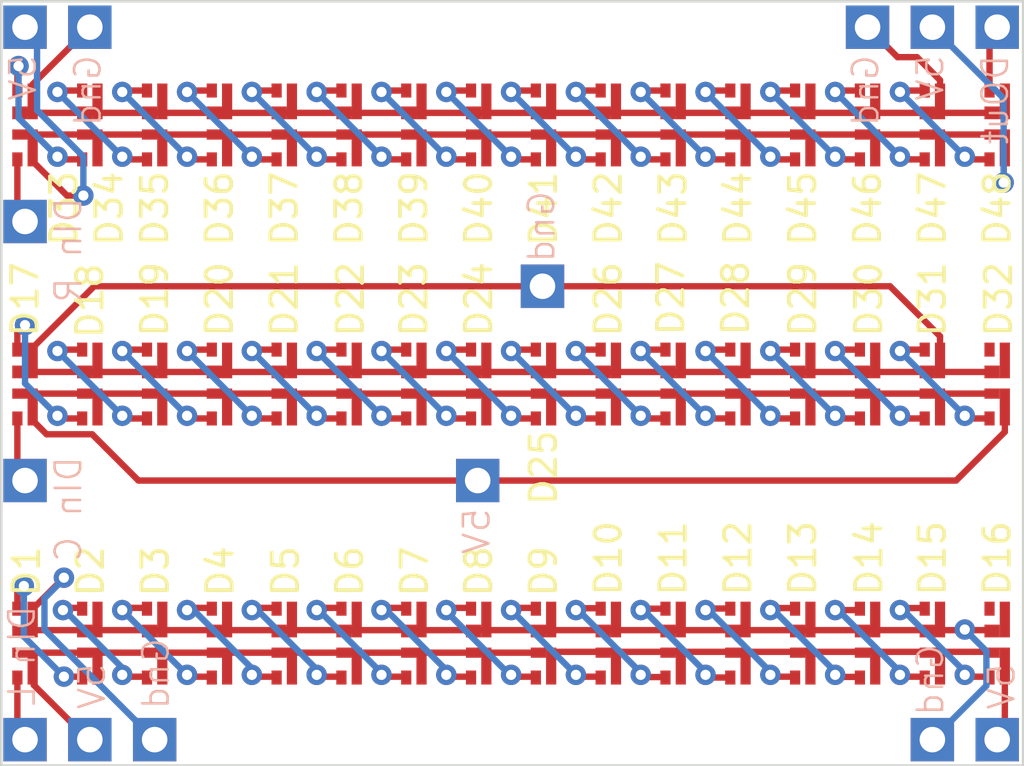
<source format=kicad_pcb>
(kicad_pcb (version 20221018) (generator pcbnew)
  (layers (0 "F.Cu" signal) (31 "B.Cu" signal) (34 "B.Paste" user) (35 "F.Paste" user) (36 "B.SilkS" user "B.Silkscreen") (37 "F.SilkS" user "F.Silkscreen") (38 "B.Mask" user) (39 "F.Mask" user) (44 "Edge.Cuts" user))
  (net 0 "")
  (net 1 "GND")
  (net 2 "Net-(D1-DOUT)")
  (net 3 "+5V")
  (net 4 "unconnected-(D1-DIN-Pad3)")
  (net 5 "Net-(D2-DOUT)")
  (net 6 "Net-(D3-DOUT)")
  (net 7 "Net-(D4-DOUT)")
  (net 8 "Net-(D5-DOUT)")
  (net 9 "Net-(D6-DOUT)")
  (net 10 "Net-(D7-DOUT)")
  (net 11 "Net-(D8-DOUT)")
  (net 12 "Net-(D10-DIN)")
  (net 13 "unconnected-(D10-DOUT-Pad2)")
  (net 14 "Net-(D11-DOUT)")
  (net 15 "Net-(D12-DOUT)")
  (net 16 "Net-(D13-DOUT)")
  (net 17 "Net-(D14-DOUT)")
  (net 18 "Net-(D15-DOUT)")
  (net 19 "Net-(D17-DOUT)")
  (net 20 "Net-(D18-DOUT)")
  (net 21 "Net-(D19-DOUT)")
  (net 22 "Net-(D20-DOUT)")
  (net 23 "Net-(D21-DOUT)")
  (net 24 "Net-(D22-DOUT)")
  (net 25 "Net-(D23-DOUT)")
  (net 26 "Net-(D24-DOUT)")
  (net 27 "Net-(D25-DOUT)")
  (net 28 "unconnected-(D26-DOUT-Pad2)")
  (net 29 "Net-(D27-DOUT)")
  (net 30 "Net-(D28-DOUT)")
  (net 31 "Net-(D29-DOUT)")
  (net 32 "Net-(D30-DOUT)")
  (net 33 "Net-(D31-DOUT)")
  (net 34 "Net-(D33-DOUT)")
  (net 35 "Net-(D34-DOUT)")
  (net 36 "Net-(D35-DOUT)")
  (net 37 "Net-(D36-DOUT)")
  (net 38 "Net-(D37-DOUT)")
  (net 39 "Net-(D38-DOUT)")
  (net 40 "Net-(D39-DOUT)")
  (net 41 "Net-(D40-DOUT)")
  (net 42 "Net-(D41-DOUT)")
  (net 43 "unconnected-(D42-DOUT-Pad2)")
  (net 44 "Net-(D43-DOUT)")
  (net 45 "Net-(D44-DOUT)")
  (net 46 "Net-(D45-DOUT)")
  (net 47 "Net-(D46-DOUT)")
  (net 48 "Net-(D47-DOUT)")
  (net 49 "unconnected-(D48-DOUT-Pad2)")
  (net 51 "unconnected-(D17-DIN-Pad3)")
  (net 53 "unconnected-(D33-DIN-Pad3)")
  (footprint "Custom Footprint Library:SK6812-EC3210F" (layer "F.Cu") (at 96.52 74.930017 -90)
    (fp_text reference "D10")
    (fp_text value "SK6812-EC3210F" hide)
  )
  (footprint "Custom Footprint Library:SK6812-EC3210F" (layer "F.Cu") (at 104.14 64.77 -90)
    (fp_text reference "D29")
    (fp_text value "SK6812-EC3210F" hide)
  )
  (footprint "" (layer "F.Cu") (at 73.66 78.74)
    (fp_text reference "")
    (fp_text value "")
  )
  (footprint "Custom Footprint Library:SK6812-EC3210F" (layer "F.Cu") (at 111.76 64.77 -90)
    (fp_text reference "D32")
    (fp_text value "SK6812-EC3210F" hide)
  )
  (footprint "Custom Footprint Library:SK6812-EC3210F" (layer "F.Cu") (at 81.28 64.77 -90)
    (fp_text reference "D20")
    (fp_text value "SK6812-EC3210F" hide)
  )
  (footprint "Custom Footprint Library:SK6812-EC3210F" (layer "F.Cu") (at 111.76 74.930017 -90)
    (fp_text reference "D16")
    (fp_text value "SK6812-EC3210F" hide)
  )
  (footprint "Custom Footprint Library:SK6812-EC3210F" (layer "F.Cu") (at 73.66 54.61 -90)
    (fp_text reference "D33")
    (fp_text value "SK6812-EC3210F" hide)
  )
  (footprint "Custom Footprint Library:SK6812-EC3210F" (layer "F.Cu") (at 93.98 54.61 -90)
    (fp_text reference "D41")
    (fp_text value "SK6812-EC3210F" hide)
  )
  (footprint "Custom Footprint Library:SK6812-EC3210F" (layer "F.Cu") (at 99.06 64.77 -90)
    (fp_text reference "D27")
    (fp_text value "SK6812-EC3210F" hide)
  )
  (footprint "Custom Footprint Library:SK6812-EC3210F" (layer "F.Cu") (at 83.82 64.77 -90)
    (fp_text reference "D21")
    (fp_text value "SK6812-EC3210F" hide)
  )
  (footprint "Custom Footprint Library:SK6812-EC3210F" (layer "F.Cu") (at 76.2 64.77 -90)
    (fp_text reference "D18")
    (fp_text value "SK6812-EC3210F" hide)
  )
  (footprint "Custom Footprint Library:SK6812-EC3210F" (layer "F.Cu") (at 73.66 74.930017 -90)
    (fp_text reference "D1")
    (fp_text value "SK6812-EC3210F" hide)
  )
  (footprint "Custom Footprint Library:SK6812-EC3210F" (layer "F.Cu") (at 106.68 54.61 -90)
    (fp_text reference "D46")
    (fp_text value "SK6812-EC3210F" hide)
  )
  (footprint "Custom Footprint Library:SK6812-EC3210F" (layer "F.Cu") (at 96.52 64.77 -90)
    (fp_text reference "D26")
    (fp_text value "SK6812-EC3210F" hide)
  )
  (footprint "Custom Footprint Library:SK6812-EC3210F" (layer "F.Cu") (at 111.76 54.61 -90)
    (fp_text reference "D48")
    (fp_text value "SK6812-EC3210F" hide)
  )
  (footprint "Custom Footprint Library:SK6812-EC3210F" (layer "F.Cu") (at 78.74 54.61 -90)
    (fp_text reference "D35")
    (fp_text value "SK6812-EC3210F" hide)
  )
  (footprint "Custom Footprint Library:SK6812-EC3210F" (layer "F.Cu") (at 91.44 54.61 -90)
    (fp_text reference "D40")
    (fp_text value "SK6812-EC3210F" hide)
  )
  (footprint "Custom Footprint Library:SK6812-EC3210F" (layer "F.Cu") (at 86.36 64.77 -90)
    (fp_text reference "D22")
    (fp_text value "SK6812-EC3210F" hide)
  )
  (footprint "Custom Footprint Library:SK6812-EC3210F" (layer "F.Cu") (at 88.9 74.930017 -90)
    (fp_text reference "D7")
    (fp_text value "SK6812-EC3210F" hide)
  )
  (footprint "Custom Footprint Library:SK6812-EC3210F" (layer "F.Cu") (at 109.22 74.930017 -90)
    (fp_text reference "D15")
    (fp_text value "SK6812-EC3210F" hide)
  )
  (footprint "" (layer "F.Cu") (at 109.22 50.8)
    (fp_text reference "")
    (fp_text value "")
  )
  (footprint "" (layer "F.Cu") (at 106.68 50.8)
    (fp_text reference "")
    (fp_text value "")
  )
  (footprint "Custom Footprint Library:SK6812-EC3210F" (layer "F.Cu") (at 96.52 54.61 -90)
    (fp_text reference "D42")
    (fp_text value "SK6812-EC3210F" hide)
  )
  (footprint "Custom Footprint Library:SK6812-EC3210F" (layer "F.Cu") (at 101.6 64.77 -90)
    (fp_text reference "D28")
    (fp_text value "SK6812-EC3210F" hide)
  )
  (footprint "Custom Footprint Library:SK6812-EC3210F" (layer "F.Cu") (at 93.98 74.930017 -90)
    (fp_text reference "D9")
    (fp_text value "SK6812-EC3210F" hide)
  )
  (footprint "" (layer "F.Cu") (at 73.66 58.42)
    (fp_text reference "")
    (fp_text value "")
  )
  (footprint "Custom Footprint Library:SK6812-EC3210F" (layer "F.Cu") (at 88.9 64.77 -90)
    (fp_text reference "D23")
    (fp_text value "SK6812-EC3210F" hide)
  )
  (footprint "Custom Footprint Library:SK6812-EC3210F" (layer "F.Cu") (at 99.06 54.61 -90)
    (fp_text reference "D43")
    (fp_text value "SK6812-EC3210F" hide)
  )
  (footprint "Custom Footprint Library:SK6812-EC3210F" (layer "F.Cu") (at 91.44 74.930017 -90)
    (fp_text reference "D8")
    (fp_text value "SK6812-EC3210F" hide)
  )
  (footprint "Custom Footprint Library:SK6812-EC3210F" (layer "F.Cu") (at 86.36 54.61 -90)
    (fp_text reference "D38")
    (fp_text value "SK6812-EC3210F" hide)
  )
  (footprint "Custom Footprint Library:SK6812-EC3210F" (layer "F.Cu") (at 104.14 54.61 -90)
    (fp_text reference "D45")
    (fp_text value "SK6812-EC3210F" hide)
  )
  (footprint "Custom Footprint Library:SK6812-EC3210F" (layer "F.Cu") (at 76.2 74.930017 -90)
    (fp_text reference "D2")
    (fp_text value "SK6812-EC3210F" hide)
  )
  (footprint "" (layer "F.Cu") (at 78.74 78.74)
    (fp_text reference "")
    (fp_text value "")
  )
  (footprint "Custom Footprint Library:SK6812-EC3210F" (layer "F.Cu") (at 99.06 74.930017 -90)
    (fp_text reference "D11")
    (fp_text value "SK6812-EC3210F" hide)
  )
  (footprint "Custom Footprint Library:SK6812-EC3210F" (layer "F.Cu") (at 101.6 74.930017 -90)
    (fp_text reference "D12")
    (fp_text value "SK6812-EC3210F" hide)
  )
  (footprint "Custom Footprint Library:SK6812-EC3210F" (layer "F.Cu") (at 83.82 74.930017 -90)
    (fp_text reference "D5")
    (fp_text value "SK6812-EC3210F" hide)
  )
  (footprint "Custom Footprint Library:SK6812-EC3210F" (layer "F.Cu") (at 93.98 64.77 -90)
    (fp_text reference "D25")
    (fp_text value "SK6812-EC3210F" hide)
  )
  (footprint "Custom Footprint Library:SK6812-EC3210F" (layer "F.Cu") (at 106.68 64.77 -90)
    (fp_text reference "D30")
    (fp_text value "SK6812-EC3210F" hide)
  )
  (footprint "" (layer "F.Cu") (at 109.22 78.74)
    (fp_text reference "")
    (fp_text value "")
  )
  (footprint "Custom Footprint Library:SK6812-EC3210F" (layer "F.Cu") (at 109.22 64.77 -90)
    (fp_text reference "D31")
    (fp_text value "SK6812-EC3210F" hide)
  )
  (footprint "" (layer "F.Cu") (at 111.76 50.8)
    (fp_text reference "")
    (fp_text value "")
  )
  (footprint "Custom Footprint Library:SK6812-EC3210F" (layer "F.Cu") (at 78.74 74.930017 -90)
    (fp_text reference "D3")
    (fp_text value "SK6812-EC3210F" hide)
  )
  (footprint "" (layer "F.Cu") (at 93.94 60.96)
    (fp_text reference "")
    (fp_text value "")
  )
  (footprint "Custom Footprint Library:SK6812-EC3210F" (layer "F.Cu") (at 78.74 64.77 -90)
    (fp_text reference "D19")
    (fp_text value "SK6812-EC3210F" hide)
  )
  (footprint "" (layer "F.Cu") (at 73.66 68.58)
    (fp_text reference "")
    (fp_text value "")
  )
  (footprint "Custom Footprint Library:SK6812-EC3210F" (layer "F.Cu") (at 88.9 54.61 -90)
    (fp_text reference "D39")
    (fp_text value "SK6812-EC3210F" hide)
  )
  (footprint "Custom Footprint Library:SK6812-EC3210F" (layer "F.Cu") (at 106.68 74.930017 -90)
    (fp_text reference "D14")
    (fp_text value "SK6812-EC3210F" hide)
  )
  (footprint "" (layer "F.Cu") (at 111.76 78.74)
    (fp_text reference "")
    (fp_text value "")
  )
  (footprint "Custom Footprint Library:SK6812-EC3210F" (layer "F.Cu") (at 101.6 54.61 -90)
    (fp_text reference "D44")
    (fp_text value "SK6812-EC3210F" hide)
  )
  (footprint "Custom Footprint Library:SK6812-EC3210F" (layer "F.Cu") (at 81.28 54.61 -90)
    (fp_text reference "D36")
    (fp_text value "SK6812-EC3210F" hide)
  )
  (footprint "Custom Footprint Library:SK6812-EC3210F" (layer "F.Cu") (at 104.14 74.930017 -90)
    (fp_text reference "D13")
    (fp_text value "SK6812-EC3210F" hide)
  )
  (footprint "Custom Footprint Library:SK6812-EC3210F" (layer "F.Cu") (at 86.36 74.930017 -90)
    (fp_text reference "D6")
    (fp_text value "SK6812-EC3210F" hide)
  )
  (footprint "Custom Footprint Library:SK6812-EC3210F" (layer "F.Cu") (at 83.82 54.61 -90)
    (fp_text reference "D37")
    (fp_text value "SK6812-EC3210F" hide)
  )
  (footprint "" (layer "F.Cu") (at 76.2 78.74)
    (fp_text reference "")
    (fp_text value "")
  )
  (footprint "Custom Footprint Library:SK6812-EC3210F" (layer "F.Cu") (at 109.22 54.61 -90)
    (fp_text reference "D47")
    (fp_text value "SK6812-EC3210F" hide)
  )
  (footprint "" (layer "F.Cu") (at 73.66 50.8)
    (fp_text reference "")
    (fp_text value "")
  )
  (footprint "Custom Footprint Library:SK6812-EC3210F" (layer "F.Cu") (at 73.66 64.77 -90)
    (fp_text reference "D17")
    (fp_text value "SK6812-EC3210F" hide)
  )
  (footprint "Custom Footprint Library:SK6812-EC3210F" (layer "F.Cu") (at 81.28 74.930017 -90)
    (fp_text reference "D4")
    (fp_text value "SK6812-EC3210F" hide)
  )
  (footprint "Custom Footprint Library:SK6812-EC3210F" (layer "F.Cu") (at 76.2 54.61 -90)
    (fp_text reference "D34")
    (fp_text value "SK6812-EC3210F" hide)
  )
  (footprint "" (layer "F.Cu") (at 91.44 68.58)
    (fp_text reference "")
    (fp_text value "")
  )
  (footprint "" (layer "F.Cu") (at 76.2 50.8)
    (fp_text reference "")
    (fp_text value "")
  )
  (footprint "Custom Footprint Library:SK6812-EC3210F" (layer "F.Cu") (at 91.44 64.77 -90)
    (fp_text reference "D24")
    (fp_text value "SK6812-EC3210F" hide)
  )
  (gr_line (start 72.72907 79.756) (end 112.776 79.755983) (stroke (width 0.1)) (layer "Edge.Cuts"))
  (gr_line (start 112.776 49.783983) (end 72.72907 49.784) (stroke (width 0.1)) (layer "Edge.Cuts"))
  (gr_line (start 112.776 79.755983) (end 112.776 49.783983) (stroke (width 0.1)) (layer "Edge.Cuts"))
  (gr_line (start 72.72907 49.784) (end 72.72907 79.756) (stroke (width 0.1)) (layer "Edge.Cuts"))
  (gr_text "5V" (at 112.522 75.692 90) (layer "B.SilkS") (effects (font (size 1 1) (thickness 0.1)) (justify left bottom mirror)))
  (gr_text "5V" (at 76.874506 75.679598 90) (layer "B.SilkS") (effects (font (size 1 1) (thickness 0.1)) (justify left bottom mirror)))
  (gr_text "5V" (at 91.948 69.596 90) (layer "B.SilkS") (effects (font (size 1 1) (thickness 0.1)) (justify left bottom mirror)))
  (gr_text "DOut" (at 112.268 51.816 90) (layer "B.SilkS") (effects (font (size 1 1) (thickness 0.1)) (justify left bottom mirror)))
  (gr_text "5V" (at 74.168 51.816 90) (layer "B.SilkS") (effects (font (size 1 1) (thickness 0.1)) (justify left bottom mirror)))
  (gr_text "DIn L" (at 74.124506 73.406 90) (layer "B.SilkS") (effects (font (size 1 1) (thickness 0.1)) (justify left bottom mirror)))
  (gr_text "Gnd" (at 109.728 74.93 90) (layer "B.SilkS") (effects (font (size 1 1) (thickness 0.1)) (justify left bottom mirror)))
  (gr_text "Gnd" (at 76.708 51.816 90) (layer "B.SilkS") (effects (font (size 1 1) (thickness 0.1)) (justify left bottom mirror)))
  (gr_text "DIn C" (at 75.946 67.564 90) (layer "B.SilkS") (effects (font (size 1 1) (thickness 0.1)) (justify left bottom mirror)))
  (gr_text "Gnd" (at 94.488 57.15 90) (layer "B.SilkS") (effects (font (size 1 1) (thickness 0.1)) (justify left bottom mirror)))
  (gr_text "Gnd" (at 107.188 51.816 90) (layer "B.SilkS") (effects (font (size 1 1) (thickness 0.1)) (justify left bottom mirror)))
  (gr_text "5V" (at 109.728 51.816 90) (layer "B.SilkS") (effects (font (size 1 1) (thickness 0.1)) (justify left bottom mirror)))
  (gr_text "DIn R" (at 75.946 57.404 90) (layer "B.SilkS") (effects (font (size 1 1) (thickness 0.1)) (justify left bottom mirror)))
  (gr_text "Gnd" (at 79.374506 74.679598 90) (layer "B.SilkS") (effects (font (size 1 1) (thickness 0.1)) (justify left bottom mirror)))
  (segment (start 73.96 73.614) (end 73.96 74.030017) (width 0.25) (layer "F.Cu") (net 1))
  (segment (start 96.32 74.446937) (end 98.86 74.446937) (width 0.25) (layer "F.Cu") (net 1))
  (segment (start 86.16 64.32) (end 88.7 64.32) (width 0.25) (layer "F.Cu") (net 1))
  (segment (start 103.94 64.32) (end 106.48 64.32) (width 0.25) (layer "F.Cu") (net 1))
  (segment (start 78.654506 74.446937) (end 76.154506 74.446937) (width 0.25) (layer "F.Cu") (net 1))
  (segment (start 107.855 51.975) (end 108.617 51.975) (width 0.25) (layer "F.Cu") (net 1))
  (segment (start 110.49 74.422) (end 110.514937 74.446937) (width 0.25) (layer "F.Cu") (net 1))
  (segment (start 93.94 60.96) (end 107.56 60.96) (width 0.25) (layer "F.Cu") (net 1))
  (segment (start 73.96 63.37) (end 73.96 63.87) (width 0.25) (layer "F.Cu") (net 1))
  (segment (start 109.02 64.32) (end 111.56 64.32) (width 0.25) (layer "F.Cu") (net 1))
  (segment (start 93.654506 74.446937) (end 91.154506 74.446937) (width 0.25) (layer "F.Cu") (net 1))
  (segment (start 86.154506 74.446937) (end 83.654506 74.446937) (width 0.25) (layer "F.Cu") (net 1))
  (segment (start 93.78 54.16) (end 91.24 54.16) (width 0.25) (layer "F.Cu") (net 1))
  (segment (start 78.54 54.16) (end 76 54.16) (width 0.25) (layer "F.Cu") (net 1))
  (segment (start 75.184 72.39) (end 73.96 73.614) (width 0.25) (layer "F.Cu") (net 1))
  (segment (start 83.62 54.16) (end 81.08 54.16) (width 0.25) (layer "F.Cu") (net 1))
  (segment (start 88.7 54.16) (end 86.16 54.16) (width 0.25) (layer "F.Cu") (net 1))
  (segment (start 103.94 54.16) (end 101.4 54.16) (width 0.25) (layer "F.Cu") (net 1))
  (segment (start 81.08 54.16) (end 78.54 54.16) (width 0.25) (layer "F.Cu") (net 1))
  (segment (start 93.94 60.96) (end 76.37 60.96) (width 0.25) (layer "F.Cu") (net 1))
  (segment (start 88.7 64.32) (end 91.24 64.32) (width 0.25) (layer "F.Cu") (net 1))
  (segment (start 111.56 54.16) (end 109.02 54.16) (width 0.25) (layer "F.Cu") (net 1))
  (segment (start 106.48 54.16) (end 103.94 54.16) (width 0.25) (layer "F.Cu") (net 1))
  (segment (start 109.52 52.878) (end 109.52 53.71) (width 0.25) (layer "F.Cu") (net 1))
  (segment (start 86.16 54.16) (end 83.62 54.16) (width 0.25) (layer "F.Cu") (net 1))
  (segment (start 91.24 64.32) (end 93.78 64.32) (width 0.25) (layer "F.Cu") (net 1))
  (segment (start 91.24 54.16) (end 88.7 54.16) (width 0.25) (layer "F.Cu") (net 1))
  (segment (start 98.86 64.32) (end 101.4 64.32) (width 0.25) (layer "F.Cu") (net 1))
  (segment (start 101.4 64.32) (end 103.94 64.32) (width 0.25) (layer "F.Cu") (net 1))
  (segment (start 101.4 74.446937) (end 103.94 74.446937) (width 0.25) (layer "F.Cu") (net 1))
  (segment (start 106.68 50.8) (end 107.855 51.975) (width 0.25) (layer "F.Cu") (net 1))
  (segment (start 76 64.32) (end 78.54 64.32) (width 0.25) (layer "F.Cu") (net 1))
  (segment (start 98.86 54.16) (end 96.32 54.16) (width 0.25) (layer "F.Cu") (net 1))
  (segment (start 103.94 74.446937) (end 106.48 74.446937) (width 0.25) (layer "F.Cu") (net 1))
  (segment (start 110.514937 74.446937) (end 111.56 74.446937) (width 0.25) (layer "F.Cu") (net 1))
  (segment (start 76 54.16) (end 73.46 54.16) (width 0.25) (layer "F.Cu") (net 1))
  (segment (start 108.617 51.975) (end 109.52 52.878) (width 0.25) (layer "F.Cu") (net 1))
  (segment (start 88.654506 74.446937) (end 86.154506 74.446937) (width 0.25) (layer "F.Cu") (net 1))
  (segment (start 76.154506 74.446937) (end 73.654506 74.446937) (width 0.25) (layer "F.Cu") (net 1))
  (segment (start 80.772 64.32) (end 83.62 64.32) (width 0.25) (layer "F.Cu") (net 1))
  (segment (start 109.02 74.446937) (end 110.465063 74.446937) (width 0.25) (layer "F.Cu") (net 1))
  (segment (start 73.46 64.32) (end 76 64.32) (width 0.25) (layer "F.Cu") (net 1))
  (segment (start 73.96 53.04) (end 73.96 53.71) (width 0.25) (layer "F.Cu") (net 1))
  (segment (start 80.772 64.32) (end 81.08 64.32) (width 0.25) (layer "F.Cu") (net 1))
  (segment (start 83.62 64.32) (end 86.16 64.32) (width 0.25) (layer "F.Cu") (net 1))
  (segment (start 83.654506 74.446937) (end 81.154506 74.446937) (width 0.25) (layer "F.Cu") (net 1))
  (segment (start 96.32 64.32) (end 98.86 64.32) (width 0.25) (layer "F.Cu") (net 1))
  (segment (start 76.2 50.8) (end 73.96 53.04) (width 0.25) (layer "F.Cu") (net 1))
  (segment (start 96.32 54.16) (end 93.78 54.16) (width 0.25) (layer "F.Cu") (net 1))
  (segment (start 109.02 54.16) (end 106.48 54.16) (width 0.25) (layer "F.Cu") (net 1))
  (segment (start 91.154506 74.446937) (end 88.654506 74.446937) (width 0.25) (layer "F.Cu") (net 1))
  (segment (start 106.48 74.446937) (end 109.02 74.446937) (width 0.25) (layer "F.Cu") (net 1))
  (segment (start 93.654506 74.446937) (end 96.154506 74.446937) (width 0.25) (layer "F.Cu") (net 1))
  (segment (start 78.54 64.32) (end 80.772 64.32) (width 0.25) (layer "F.Cu") (net 1))
  (segment (start 81.154506 74.446937) (end 78.654506 74.446937) (width 0.25) (layer "F.Cu") (net 1))
  (segment (start 109.52 62.92) (end 109.52 63.87) (width 0.25) (layer "F.Cu") (net 1))
  (segment (start 106.48 64.32) (end 109.02 64.32) (width 0.25) (layer "F.Cu") (net 1))
  (segment (start 101.4 54.16) (end 98.86 54.16) (width 0.25) (layer "F.Cu") (net 1))
  (segment (start 93.78 64.32) (end 96.32 64.32) (width 0.25) (layer "F.Cu") (net 1))
  (segment (start 110.465063 74.446937) (end 110.49 74.422) (width 0.25) (layer "F.Cu") (net 1))
  (segment (start 107.56 60.96) (end 109.52 62.92) (width 0.25) (layer "F.Cu") (net 1))
  (segment (start 76.37 60.96) (end 73.96 63.37) (width 0.25) (layer "F.Cu") (net 1))
  (segment (start 98.86 74.446937) (end 101.4 74.446937) (width 0.25) (layer "F.Cu") (net 1))
  (via (at 75.184 72.39) (size 0.8) (drill 0.4) (layers "F.Cu" "B.Cu") (net 1))
  (via (at 110.49 74.422) (size 0.8) (drill 0.4) (layers "F.Cu" "B.Cu") (net 1))
  (segment (start 111.338265 75.270265) (end 111.338265 76.621735) (width 0.25) (layer "B.Cu") (net 1))
  (segment (start 111.338265 76.621735) (end 109.22 78.74) (width 0.25) (layer "B.Cu") (net 1))
  (segment (start 78.74 78.486) (end 78.74 78.74) (width 0.25) (layer "B.Cu") (net 1))
  (segment (start 75.184 72.39) (end 75.184 72.435754) (width 0.25) (layer "B.Cu") (net 1))
  (segment (start 75.184 72.435754) (end 74.422 73.197754) (width 0.25) (layer "B.Cu") (net 1))
  (segment (start 74.422 73.197754) (end 74.422 74.422) (width 0.25) (layer "B.Cu") (net 1))
  (segment (start 74.422 74.422) (end 78.74 78.74) (width 0.25) (layer "B.Cu") (net 1))
  (segment (start 110.49 74.422) (end 111.338265 75.270265) (width 0.25) (layer "B.Cu") (net 1))
  (segment (start 73.36 73.571937) (end 73.36 72.969661) (width 0.25) (layer "F.Cu") (net 2))
  (segment (start 75.184 76.269437) (end 75.1865 76.271937) (width 0.25) (layer "F.Cu") (net 2))
  (segment (start 75.1865 76.271937) (end 75.9 76.271937) (width 0.25) (layer "F.Cu") (net 2))
  (segment (start 73.36 72.969661) (end 73.614235 72.715426) (width 0.25) (layer "F.Cu") (net 2))
  (via (at 75.184 76.269437) (size 0.8) (drill 0.4) (layers "F.Cu" "B.Cu") (net 2))
  (via (at 73.614235 72.715426) (size 0.8) (drill 0.4) (layers "F.Cu" "B.Cu") (net 2))
  (segment (start 73.614235 72.715426) (end 73.614235 74.699672) (width 0.25) (layer "B.Cu") (net 2))
  (segment (start 73.614235 74.699672) (end 75.184 76.269437) (width 0.25) (layer "B.Cu") (net 2))
  (segment (start 83.62 55.01) (end 86.16 55.01) (width 0.25) (layer "F.Cu") (net 3))
  (segment (start 88.7 75.330017) (end 91.24 75.330017) (width 0.25) (layer "F.Cu") (net 3))
  (segment (start 76 75.330017) (end 73.46 75.330017) (width 0.25) (layer "F.Cu") (net 3))
  (segment (start 110.856937 75.296937) (end 111.56 75.296937) (width 0.25) (layer "F.Cu") (net 3))
  (segment (start 76.291396 66.765) (end 78.106396 68.58) (width 0.25) (layer "F.Cu") (net 3))
  (segment (start 103.94 65.17) (end 106.48 65.17) (width 0.25) (layer "F.Cu") (net 3))
  (segment (start 110.15 68.58) (end 91.4 68.58) (width 0.25) (layer "F.Cu") (net 3))
  (segment (start 103.94 55.01) (end 101.4 55.01) (width 0.25) (layer "F.Cu") (net 3))
  (segment (start 91.24 65.17) (end 93.78 65.17) (width 0.25) (layer "F.Cu") (net 3))
  (segment (start 74.505 66.765) (end 76.291396 66.765) (width 0.25) (layer "F.Cu") (net 3))
  (segment (start 94.488 75.296937) (end 96.154506 75.296937) (width 0.25) (layer "F.Cu") (net 3))
  (segment (start 76 55.01) (end 78.54 55.01) (width 0.25) (layer "F.Cu") (net 3))
  (segment (start 91.24 55.01) (end 93.78 55.01) (width 0.25) (layer "F.Cu") (net 3))
  (segment (start 93.78 65.17) (end 96.32 65.17) (width 0.25) (layer "F.Cu") (net 3))
  (segment (start 83.62 75.330017) (end 81.08 75.330017) (width 0.25) (layer "F.Cu") (net 3))
  (segment (start 91.24 75.330017) (end 93.78 75.330017) (width 0.25) (layer "F.Cu") (net 3))
  (segment (start 112.06 65.695) (end 112.06 66.67) (width 0.25) (layer "F.Cu") (net 3))
  (segment (start 106.48 55.01) (end 103.94 55.01) (width 0.25) (layer "F.Cu") (net 3))
  (segment (start 98.86 55.01) (end 96.32 55.01) (width 0.25) (layer "F.Cu") (net 3))
  (segment (start 86.16 55.01) (end 88.7 55.01) (width 0.25) (layer "F.Cu") (net 3))
  (segment (start 73.96 75.821937) (end 73.96 76.041035) (width 0.25) (layer "F.Cu") (net 3))
  (segment (start 86.16 75.330017) (end 83.62 75.330017) (width 0.25) (layer "F.Cu") (net 3))
  (segment (start 88.7 65.17) (end 91.24 65.17) (width 0.25) (layer "F.Cu") (net 3))
  (segment (start 73.96 66.22) (end 74.505 66.765) (width 0.25) (layer "F.Cu") (net 3))
  (segment (start 78.54 75.330017) (end 76 75.330017) (width 0.25) (layer "F.Cu") (net 3))
  (segment (start 112.014 55.581) (end 112.06 55.535) (width 0.25) (layer "F.Cu") (net 3))
  (segment (start 81.08 75.330017) (end 78.54 75.330017) (width 0.25) (layer "F.Cu") (net 3))
  (segment (start 96.32 65.17) (end 98.86 65.17) (width 0.25) (layer "F.Cu") (net 3))
  (segment (start 83.62 65.17) (end 86.16 65.17) (width 0.25) (layer "F.Cu") (net 3))
  (segment (start 109.02 55.01) (end 106.48 55.01) (width 0.25) (layer "F.Cu") (net 3))
  (segment (start 74.004506 76.085541) (end 74.004506 76.599598) (width 0.25) (layer "F.Cu") (net 3))
  (segment (start 78.54 65.17) (end 81.08 65.17) (width 0.25) (layer "F.Cu") (net 3))
  (segment (start 112.06 66.67) (end 110.15 68.58) (width 0.25) (layer "F.Cu") (net 3))
  (segment (start 73.96 76.041035) (end 74.004506 76.085541) (width 0.25) (layer "F.Cu") (net 3))
  (segment (start 73.46 55.01) (end 76 55.01) (width 0.25) (layer "F.Cu") (net 3))
  (segment (start 75.946 57.404) (end 75.304 57.404) (width 0.25) (layer "F.Cu") (net 3))
  (segment (start 76 65.17) (end 78.54 65.17) (width 0.25) (layer "F.Cu") (net 3))
  (segment (start 81.08 65.17) (end 83.62 65.17) (width 0.25) (layer "F.Cu") (net 3))
  (segment (start 73.96 56.06) (end 73.96 55.535) (width 0.25) (layer "F.Cu") (net 3))
  (segment (start 112.014 56.896) (end 112.014 55.581) (width 0.25) (layer "F.Cu") (net 3))
  (segment (start 78.54 55.01) (end 81.08 55.01) (width 0.25) (layer "F.Cu") (net 3))
  (segment (start 78.106396 68.58) (end 91.4 68.58) (width 0.25) (layer "F.Cu") (net 3))
  (segment (start 88.7 55.01) (end 91.24 55.01) (width 0.25) (layer "F.Cu") (net 3))
  (segment (start 75.304 57.404) (end 73.96 56.06) (width 0.25) (layer "F.Cu") (net 3))
  (segment (start 96.32 75.296937) (end 110.856937 75.296937) (width 0.25) (layer "F.Cu") (net 3))
  (segment (start 111.56 55.01) (end 109.02 55.01) (width 0.25) (layer "F.Cu") (net 3))
  (segment (start 86.16 65.17) (end 88.7 65.17) (width 0.25) (layer "F.Cu") (net 3))
  (segment (start 106.48 65.17) (end 109.02 65.17) (width 0.25) (layer "F.Cu") (net 3))
  (segment (start 73.96 65.695) (end 73.96 66.22) (width 0.25) (layer "F.Cu") (net 3))
  (segment (start 109.02 65.17) (end 111.56 65.17) (width 0.25) (layer "F.Cu") (net 3))
  (segment (start 101.4 65.17) (end 103.94 65.17) (width 0.25) (layer "F.Cu") (net 3))
  (segment (start 112.06 75.855017) (end 112.06 78.44) (width 0.25) (layer "F.Cu") (net 3))
  (segment (start 88.7 75.330017) (end 86.16 75.330017) (width 0.25) (layer "F.Cu") (net 3))
  (segment (start 76 65.17) (end 73.46 65.17) (width 0.25) (layer "F.Cu") (net 3))
  (segment (start 112.06 78.44) (end 111.76 78.74) (width 0.25) (layer "F.Cu") (net 3))
  (segment (start 98.86 65.17) (end 101.4 65.17) (width 0.25) (layer "F.Cu") (net 3))
  (segment (start 81.08 55.01) (end 83.62 55.01) (width 0.25) (layer "F.Cu") (net 3))
  (segment (start 96.32 55.01) (end 93.78 55.01) (width 0.25) (layer "F.Cu") (net 3))
  (segment (start 101.4 55.01) (end 98.86 55.01) (width 0.25) (layer "F.Cu") (net 3))
  (segment (start 74.004506 76.599598) (end 76.074506 78.669598) (width 0.25) (layer "F.Cu") (net 3))
  (via (at 75.946 57.404) (size 0.8) (drill 0.4) (layers "F.Cu" "B.Cu") (net 3))
  (via (at 112.014 56.896) (size 0.8) (drill 0.4) (layers "F.Cu" "B.Cu") (net 3))
  (segment (start 109.22 50.8) (end 112.014 53.594) (width 0.25) (layer "B.Cu") (net 3))
  (segment (start 75.946 57.404) (end 75.946 55.870695) (width 0.25) (layer "B.Cu") (net 3))
  (segment (start 74.131 51.271) (end 73.66 50.8) (width 0.25) (layer "B.Cu") (net 3))
  (segment (start 74.131 54.055695) (end 74.131 51.271) (width 0.25) (layer "B.Cu") (net 3))
  (segment (start 112.014 53.594) (end 112.014 56.896) (width 0.25) (layer "B.Cu") (net 3))
  (segment (start 75.946 55.870695) (end 74.131 54.055695) (width 0.25) (layer "B.Cu") (net 3))
  (segment (start 73.752064 78.647936) (end 73.66 78.74) (width 0.25) (layer "F.Cu") (net 4))
  (segment (start 73.36 76.271937) (end 73.36 78.383028) (width 0.25) (layer "F.Cu") (net 4))
  (segment (start 73.36 78.383028) (end 73.554506 78.577534) (width 0.25) (layer "F.Cu") (net 4))
  (segment (start 75.1465 73.66) (end 75.234563 73.571937) (width 0.25) (layer "F.Cu") (net 5))
  (segment (start 75.234563 73.571937) (end 75.9 73.571937) (width 0.25) (layer "F.Cu") (net 5))
  (segment (start 77.541937 76.271937) (end 77.47 76.2) (width 0.25) (layer "F.Cu") (net 5))
  (segment (start 78.44 76.271937) (end 77.541937 76.271937) (width 0.25) (layer "F.Cu") (net 5))
  (via (at 75.1465 73.66) (size 0.8) (drill 0.4) (layers "F.Cu" "B.Cu") (net 5))
  (via (at 77.47 76.2) (size 0.8) (drill 0.4) (layers "F.Cu" "B.Cu") (net 5))
  (segment (start 77.47 75.923401) (end 75.206599 73.66) (width 0.25) (layer "B.Cu") (net 5))
  (segment (start 75.206599 73.66) (end 75.1465 73.66) (width 0.25) (layer "B.Cu") (net 5))
  (segment (start 77.47 76.2) (end 77.47 75.923401) (width 0.25) (layer "B.Cu") (net 5))
  (segment (start 78.44 73.571937) (end 77.558063 73.571937) (width 0.25) (layer "F.Cu") (net 6))
  (segment (start 77.558063 73.571937) (end 77.47 73.66) (width 0.25) (layer "F.Cu") (net 6))
  (segment (start 81.054506 76.271937) (end 80.264 76.271937) (width 0.25) (layer "F.Cu") (net 6))
  (via (at 80.01 76.2) (size 0.8) (drill 0.4) (layers "F.Cu" "B.Cu") (net 6))
  (via (at 77.47 73.66) (size 0.8) (drill 0.4) (layers "F.Cu" "B.Cu") (net 6))
  (segment (start 77.47 73.66) (end 80.01 76.2) (width 0.25) (layer "B.Cu") (net 6))
  (segment (start 81.054506 73.571937) (end 80.264 73.571937) (width 0.25) (layer "F.Cu") (net 7))
  (segment (start 83.554506 76.271937) (end 82.804 76.271937) (width 0.25) (layer "F.Cu") (net 7))
  (via (at 80.01 73.66) (size 0.8) (drill 0.4) (layers "F.Cu" "B.Cu") (net 7))
  (via (at 82.55 76.2) (size 0.8) (drill 0.4) (layers "F.Cu" "B.Cu") (net 7))
  (segment (start 82.804 76.271937) (end 82.804 76.196431) (width 0.25) (layer "B.Cu") (net 7))
  (segment (start 82.804 76.196431) (end 80.264 73.656431) (width 0.25) (layer "B.Cu") (net 7))
  (segment (start 80.264 73.656431) (end 80.264 73.571937) (width 0.25) (layer "B.Cu") (net 7))
  (segment (start 85.379507 76.271937) (end 86.054506 76.271937) (width 0.25) (layer "F.Cu") (net 8))
  (segment (start 85.352877 76.245307) (end 85.379507 76.271937) (width 0.25) (layer "F.Cu") (net 8))
  (segment (start 83.554506 73.571937) (end 82.804 73.571937) (width 0.25) (layer "F.Cu") (net 8))
  (via (at 85.09 76.2) (size 0.8) (drill 0.4) (layers "F.Cu" "B.Cu") (net 8))
  (via (at 82.55 73.66) (size 0.8) (drill 0.4) (layers "F.Cu" "B.Cu") (net 8))
  (segment (start 85.352877 76.245307) (end 82.804 73.696431) (width 0.25) (layer "B.Cu") (net 8))
  (segment (start 82.804 73.696431) (end 82.804 73.571937) (width 0.25) (layer "B.Cu") (net 8))
  (segment (start 86.054506 73.571937) (end 85.344 73.571937) (width 0.25) (layer "F.Cu") (net 9))
  (segment (start 88.554506 76.271937) (end 87.874506 76.271937) (width 0.25) (layer "F.Cu") (net 9))
  (via (at 87.63 76.2) (size 0.8) (drill 0.4) (layers "F.Cu" "B.Cu") (net 9))
  (via (at 85.09 73.66) (size 0.8) (drill 0.4) (layers "F.Cu" "B.Cu") (net 9))
  (segment (start 87.874506 76.271937) (end 87.779506 76.271937) (width 0.25) (layer "B.Cu") (net 9))
  (segment (start 87.779506 76.271937) (end 85.344 73.836431) (width 0.25) (layer "B.Cu") (net 9))
  (segment (start 85.344 73.836431) (end 85.344 73.571937) (width 0.25) (layer "B.Cu") (net 9))
  (segment (start 91.054506 76.271937) (end 90.374506 76.271937) (width 0.25) (layer "F.Cu") (net 10))
  (segment (start 87.899506 73.571937) (end 88.554506 73.571937) (width 0.25) (layer "F.Cu") (net 10))
  (segment (start 87.874506 73.596937) (end 87.899506 73.571937) (width 0.25) (layer "F.Cu") (net 10))
  (via (at 90.17 76.2) (size 0.8) (drill 0.4) (layers "F.Cu" "B.Cu") (net 10))
  (via (at 87.63 73.66) (size 0.8) (drill 0.4) (layers "F.Cu" "B.Cu") (net 10))
  (segment (start 87.874506 73.716937) (end 90.374506 76.216937) (width 0.25) (layer "B.Cu") (net 10))
  (segment (start 87.874506 73.596937) (end 87.874506 73.716937) (width 0.25) (layer "B.Cu") (net 10))
  (segment (start 90.374506 76.216937) (end 90.374506 76.271937) (width 0.25) (layer "B.Cu") (net 10))
  (segment (start 92.729506 76.271937) (end 93.554506 76.271937) (width 0.25) (layer "F.Cu") (net 11))
  (segment (start 91.054506 73.571937) (end 90.374506 73.571937) (width 0.25) (layer "F.Cu") (net 11))
  (via (at 92.71 76.2) (size 0.8) (drill 0.4) (layers "F.Cu" "B.Cu") (net 11))
  (via (at 90.17 73.66) (size 0.8) (drill 0.4) (layers "F.Cu" "B.Cu") (net 11))
  (segment (start 92.729506 76.271937) (end 90.374506 73.916937) (width 0.25) (layer "B.Cu") (net 11))
  (segment (start 90.374506 73.916937) (end 90.374506 73.571937) (width 0.25) (layer "B.Cu") (net 11))
  (segment (start 96.054506 76.271937) (end 95.25 76.271937) (width 0.25) (layer "F.Cu") (net 12))
  (segment (start 92.71 73.571937) (end 93.554506 73.571937) (width 0.25) (layer "F.Cu") (net 12))
  (via (at 92.71 73.66) (size 0.8) (drill 0.4) (layers "F.Cu" "B.Cu") (net 12))
  (via (at 95.25 76.2) (size 0.8) (drill 0.4) (layers "F.Cu" "B.Cu") (net 12))
  (segment (start 95.25 76.271937) (end 95.25 76.192431) (width 0.25) (layer "B.Cu") (net 12))
  (segment (start 95.25 76.192431) (end 92.71 73.652431) (width 0.25) (layer "B.Cu") (net 12))
  (segment (start 92.71 73.652431) (end 92.71 73.571937) (width 0.25) (layer "B.Cu") (net 12))
  (segment (start 98.76 76.271937) (end 98.74546 76.286477) (width 0.25) (layer "F.Cu") (net 13))
  (segment (start 98.74546 76.286477) (end 97.886573 76.286477) (width 0.25) (layer "F.Cu") (net 13))
  (segment (start 96.20546 73.586477) (end 96.22 73.571937) (width 0.25) (layer "F.Cu") (net 13))
  (segment (start 95.346573 73.586477) (end 96.20546 73.586477) (width 0.25) (layer "F.Cu") (net 13))
  (via (at 97.79 76.2) (size 0.8) (drill 0.4) (layers "F.Cu" "B.Cu") (net 13))
  (via (at 95.25 73.66) (size 0.8) (drill 0.4) (layers "F.Cu" "B.Cu") (net 13))
  (segment (start 97.886573 76.206971) (end 95.346573 73.666971) (width 0.25) (layer "B.Cu") (net 13))
  (segment (start 98.727417 73.60452) (end 98.76 73.571937) (width 0.25) (layer "F.Cu") (net 14))
  (segment (start 101.267417 76.30452) (end 101.3 76.271937) (width 0.25) (layer "F.Cu") (net 14))
  (segment (start 100.33 76.30452) (end 101.267417 76.30452) (width 0.25) (layer "F.Cu") (net 14))
  (segment (start 97.921593 73.60452) (end 98.727417 73.60452) (width 0.25) (layer "F.Cu") (net 14))
  (via (at 97.79 73.66) (size 0.8) (drill 0.4) (layers "F.Cu" "B.Cu") (net 14))
  (via (at 100.33 76.2) (size 0.8) (drill 0.4) (layers "F.Cu" "B.Cu") (net 14))
  (segment (start 100.461593 76.225014) (end 97.921593 73.685014) (width 0.25) (layer "B.Cu") (net 14))
  (segment (start 100.33 73.59853) (end 101.273407 73.59853) (width 0.25) (layer "F.Cu") (net 15))
  (segment (start 101.273407 73.59853) (end 101.3 73.571937) (width 0.25) (layer "F.Cu") (net 15))
  (segment (start 102.87 76.2) (end 102.941937 76.271937) (width 0.25) (layer "F.Cu") (net 15))
  (segment (start 102.941937 76.271937) (end 103.84 76.271937) (width 0.25) (layer "F.Cu") (net 15))
  (via (at 102.87 76.2) (size 0.8) (drill 0.4) (layers "F.Cu" "B.Cu") (net 15))
  (via (at 100.33 73.66) (size 0.8) (drill 0.4) (layers "F.Cu" "B.Cu") (net 15))
  (segment (start 103.010817 76.219024) (end 100.470817 73.679024) (width 0.25) (layer "B.Cu") (net 15))
  (segment (start 106.371376 76.280561) (end 106.38 76.271937) (width 0.25) (layer "F.Cu") (net 16))
  (segment (start 103.831376 73.580561) (end 103.84 73.571937) (width 0.25) (layer "F.Cu") (net 16))
  (segment (start 105.41 76.280561) (end 106.371376 76.280561) (width 0.25) (layer "F.Cu") (net 16))
  (segment (start 102.87 73.580561) (end 103.831376 73.580561) (width 0.25) (layer "F.Cu") (net 16))
  (via (at 102.87 73.66) (size 0.8) (drill 0.4) (layers "F.Cu" "B.Cu") (net 16))
  (via (at 105.41 76.2) (size 0.8) (drill 0.4) (layers "F.Cu" "B.Cu") (net 16))
  (segment (start 105.535483 76.201055) (end 102.995483 73.661055) (width 0.25) (layer "B.Cu") (net 16))
  (segment (start 105.41 73.66) (end 106.291937 73.66) (width 0.25) (layer "F.Cu") (net 17))
  (segment (start 107.95 76.2) (end 108.021937 76.271937) (width 0.25) (layer "F.Cu") (net 17))
  (segment (start 106.291937 73.66) (end 106.38 73.571937) (width 0.25) (layer "F.Cu") (net 17))
  (segment (start 108.021937 76.271937) (end 108.92 76.271937) (width 0.25) (layer "F.Cu") (net 17))
  (via (at 105.41 73.66) (size 0.8) (drill 0.4) (layers "F.Cu" "B.Cu") (net 17))
  (via (at 107.95 76.2) (size 0.8) (drill 0.4) (layers "F.Cu" "B.Cu") (net 17))
  (segment (start 108.067636 76.200217) (end 105.527636 73.660217) (width 0.25) (layer "B.Cu") (net 17))
  (segment (start 110.684985 76.271937) (end 111.46 76.271937) (width 0.25) (layer "F.Cu") (net 18))
  (segment (start 108.912214 73.579723) (end 108.92 73.571937) (width 0.25) (layer "F.Cu") (net 18))
  (segment (start 107.95 73.579723) (end 108.912214 73.579723) (width 0.25) (layer "F.Cu") (net 18))
  (segment (start 110.551524 76.138476) (end 110.684985 76.271937) (width 0.25) (layer "F.Cu") (net 18))
  (via (at 110.49 76.2) (size 0.8) (drill 0.4) (layers "F.Cu" "B.Cu") (net 18))
  (via (at 107.95 73.66) (size 0.8) (drill 0.4) (layers "F.Cu" "B.Cu") (net 18))
  (segment (start 110.613265 76.200217) (end 108.073265 73.660217) (width 0.25) (layer "B.Cu") (net 18))
  (segment (start 75.9 66.145) (end 75.035 66.145) (width 0.25) (layer "F.Cu") (net 19))
  (segment (start 73.36 63.445) (end 73.36 62.784) (width 0.25) (layer "F.Cu") (net 19))
  (segment (start 73.36 62.784) (end 73.66 62.484) (width 0.25) (layer "F.Cu") (net 19))
  (segment (start 73.66 62.484) (end 73.533 62.611) (width 0.25) (layer "F.Cu") (net 19))
  (segment (start 75.035 66.145) (end 74.93 66.04) (width 0.25) (layer "F.Cu") (net 19))
  (via (at 74.93 66.04) (size 0.8) (drill 0.4) (layers "F.Cu" "B.Cu") (net 19))
  (via (at 73.66 62.484) (size 0.8) (drill 0.4) (layers "F.Cu" "B.Cu") (net 19))
  (segment (start 73.66 64.77) (end 73.66 62.484) (width 0.25) (layer "B.Cu") (net 19))
  (segment (start 74.93 66.04) (end 73.66 64.77) (width 0.25) (layer "B.Cu") (net 19))
  (segment (start 78.44 66.145) (end 77.575 66.145) (width 0.25) (layer "F.Cu") (net 20))
  (segment (start 75.9 63.445) (end 74.985 63.445) (width 0.25) (layer "F.Cu") (net 20))
  (segment (start 74.985 63.445) (end 74.93 63.5) (width 0.25) (layer "F.Cu") (net 20))
  (segment (start 77.575 66.145) (end 77.47 66.04) (width 0.25) (layer "F.Cu") (net 20))
  (via (at 77.47 66.04) (size 0.8) (drill 0.4) (layers "F.Cu" "B.Cu") (net 20))
  (via (at 74.93 63.5) (size 0.8) (drill 0.4) (layers "F.Cu" "B.Cu") (net 20))
  (segment (start 74.93 63.5) (end 77.47 66.04) (width 0.25) (layer "B.Cu") (net 20))
  (segment (start 80.115 66.145) (end 80.01 66.04) (width 0.25) (layer "F.Cu") (net 21))
  (segment (start 80.98 66.145) (end 80.115 66.145) (width 0.25) (layer "F.Cu") (net 21))
  (segment (start 78.44 63.445) (end 77.525 63.445) (width 0.25) (layer "F.Cu") (net 21))
  (segment (start 77.525 63.445) (end 77.47 63.5) (width 0.25) (layer "F.Cu") (net 21))
  (via (at 77.47 63.5) (size 0.8) (drill 0.4) (layers "F.Cu" "B.Cu") (net 21))
  (via (at 80.01 66.04) (size 0.8) (drill 0.4) (layers "F.Cu" "B.Cu") (net 21))
  (segment (start 77.47 63.5) (end 80.01 66.04) (width 0.25) (layer "B.Cu") (net 21))
  (segment (start 82.655 66.145) (end 82.55 66.04) (width 0.25) (layer "F.Cu") (net 22))
  (segment (start 83.52 66.145) (end 82.655 66.145) (width 0.25) (layer "F.Cu") (net 22))
  (segment (start 80.065 63.445) (end 80.01 63.5) (width 0.25) (layer "F.Cu") (net 22))
  (segment (start 80.98 63.445) (end 80.065 63.445) (width 0.25) (layer "F.Cu") (net 22))
  (via (at 80.01 63.5) (size 0.8) (drill 0.4) (layers "F.Cu" "B.Cu") (net 22))
  (via (at 82.55 66.04) (size 0.8) (drill 0.4) (layers "F.Cu" "B.Cu") (net 22))
  (segment (start 80.01 63.5) (end 82.55 66.04) (width 0.25) (layer "B.Cu") (net 22))
  (segment (start 83.52 63.445) (end 82.605 63.445) (width 0.25) (layer "F.Cu") (net 23))
  (segment (start 82.605 63.445) (end 82.55 63.5) (width 0.25) (layer "F.Cu") (net 23))
  (segment (start 86.06 66.145) (end 85.195 66.145) (width 0.25) (layer "F.Cu") (net 23))
  (segment (start 85.195 66.145) (end 85.09 66.04) (width 0.25) (layer "F.Cu") (net 23))
  (via (at 85.09 66.04) (size 0.8) (drill 0.4) (layers "F.Cu" "B.Cu") (net 23))
  (via (at 82.55 63.5) (size 0.8) (drill 0.4) (layers "F.Cu" "B.Cu") (net 23))
  (segment (start 82.55 63.5) (end 85.09 66.04) (width 0.25) (layer "B.Cu") (net 23))
  (segment (start 85.145 63.445) (end 85.09 63.5) (width 0.25) (layer "F.Cu") (net 24))
  (segment (start 88.6 66.145) (end 87.735 66.145) (width 0.25) (layer "F.Cu") (net 24))
  (segment (start 87.735 66.145) (end 87.63 66.04) (width 0.25) (layer "F.Cu") (net 24))
  (segment (start 86.06 63.445) (end 85.145 63.445) (width 0.25) (layer "F.Cu") (net 24))
  (via (at 87.63 66.04) (size 0.8) (drill 0.4) (layers "F.Cu" "B.Cu") (net 24))
  (via (at 85.09 63.5) (size 0.8) (drill 0.4) (layers "F.Cu" "B.Cu") (net 24))
  (segment (start 85.09 63.5) (end 87.63 66.04) (width 0.25) (layer "B.Cu") (net 24))
  (segment (start 91.14 66.145) (end 90.275 66.145) (width 0.25) (layer "F.Cu") (net 25))
  (segment (start 87.685 63.445) (end 87.63 63.5) (width 0.25) (layer "F.Cu") (net 25))
  (segment (start 90.275 66.145) (end 90.17 66.04) (width 0.25) (layer "F.Cu") (net 25))
  (segment (start 88.6 63.445) (end 87.685 63.445) (width 0.25) (layer "F.Cu") (net 25))
  (via (at 90.17 66.04) (size 0.8) (drill 0.4) (layers "F.Cu" "B.Cu") (net 25))
  (via (at 87.63 63.5) (size 0.8) (drill 0.4) (layers "F.Cu" "B.Cu") (net 25))
  (segment (start 87.63 63.5) (end 90.17 66.04) (width 0.25) (layer "B.Cu") (net 25))
  (segment (start 92.815 66.145) (end 92.71 66.04) (width 0.25) (layer "F.Cu") (net 26))
  (segment (start 90.225 63.445) (end 90.17 63.5) (width 0.25) (layer "F.Cu") (net 26))
  (segment (start 93.68 66.145) (end 92.815 66.145) (width 0.25) (layer "F.Cu") (net 26))
  (segment (start 91.14 63.445) (end 90.225 63.445) (width 0.25) (layer "F.Cu") (net 26))
  (via (at 92.71 66.04) (size 0.8) (drill 0.4) (layers "F.Cu" "B.Cu") (net 26))
  (via (at 90.17 63.5) (size 0.8) (drill 0.4) (layers "F.Cu" "B.Cu") (net 26))
  (segment (start 90.17 63.5) (end 92.71 66.04) (width 0.25) (layer "B.Cu") (net 26))
  (segment (start 96.22 66.145) (end 95.355 66.145) (width 0.25) (layer "F.Cu") (net 27))
  (segment (start 95.355 66.145) (end 95.25 66.04) (width 0.25) (layer "F.Cu") (net 27))
  (segment (start 92.765 63.445) (end 92.71 63.5) (width 0.25) (layer "F.Cu") (net 27))
  (segment (start 93.68 63.445) (end 92.765 63.445) (width 0.25) (layer "F.Cu") (net 27))
  (via (at 95.25 66.04) (size 0.8) (drill 0.4) (layers "F.Cu" "B.Cu") (net 27))
  (via (at 92.71 63.5) (size 0.8) (drill 0.4) (layers "F.Cu" "B.Cu") (net 27))
  (segment (start 92.71 63.5) (end 95.25 66.04) (width 0.25) (layer "B.Cu") (net 27))
  (segment (start 97.79 66.04) (end 97.895 66.145) (width 0.25) (layer "F.Cu") (net 28))
  (segment (start 95.305 63.445) (end 95.25 63.5) (width 0.25) (layer "F.Cu") (net 28))
  (segment (start 98.76 66.145) (end 97.895 66.145) (width 0.25) (layer "F.Cu") (net 28))
  (segment (start 96.22 63.445) (end 95.305 63.445) (width 0.25) (layer "F.Cu") (net 28))
  (via (at 95.25 63.5) (size 0.8) (drill 0.4) (layers "F.Cu" "B.Cu") (net 28))
  (via (at 97.79 66.04) (size 0.8) (drill 0.4) (layers "F.Cu" "B.Cu") (net 28))
  (segment (start 95.25 63.5) (end 97.79 66.04) (width 0.25) (layer "B.Cu") (net 28))
  (segment (start 97.845 63.445) (end 97.79 63.5) (width 0.25) (layer "F.Cu") (net 29))
  (segment (start 101.3 66.145) (end 100.435 66.145) (width 0.25) (layer "F.Cu") (net 29))
  (segment (start 98.76 63.445) (end 97.845 63.445) (width 0.25) (layer "F.Cu") (net 29))
  (segment (start 100.435 66.145) (end 100.33 66.04) (width 0.25) (layer "F.Cu") (net 29))
  (via (at 100.33 66.04) (size 0.8) (drill 0.4) (layers "F.Cu" "B.Cu") (net 29))
  (via (at 97.79 63.5) (size 0.8) (drill 0.4) (layers "F.Cu" "B.Cu") (net 29))
  (segment (start 97.79 63.5) (end 100.33 66.04) (width 0.25) (layer "B.Cu") (net 29))
  (segment (start 100.385 63.445) (end 100.33 63.5) (width 0.25) (layer "F.Cu") (net 30))
  (segment (start 101.3 63.445) (end 100.385 63.445) (width 0.25) (layer "F.Cu") (net 30))
  (segment (start 102.975 66.145) (end 102.87 66.04) (width 0.25) (layer "F.Cu") (net 30))
  (segment (start 103.84 66.145) (end 102.975 66.145) (width 0.25) (layer "F.Cu") (net 30))
  (via (at 100.33 63.5) (size 0.8) (drill 0.4) (layers "F.Cu" "B.Cu") (net 30))
  (via (at 102.87 66.04) (size 0.8) (drill 0.4) (layers "F.Cu" "B.Cu") (net 30))
  (segment (start 100.33 63.5) (end 102.87 66.04) (width 0.25) (layer "B.Cu") (net 30))
  (segment (start 102.925 63.445) (end 102.87 63.5) (width 0.25) (layer "F.Cu") (net 31))
  (segment (start 105.515 66.145) (end 105.41 66.04) (width 0.25) (layer "F.Cu") (net 31))
  (segment (start 103.84 63.445) (end 102.925 63.445) (width 0.25) (layer "F.Cu") (net 31))
  (segment (start 106.38 66.145) (end 105.515 66.145) (width 0.25) (layer "F.Cu") (net 31))
  (via (at 105.41 66.04) (size 0.8) (drill 0.4) (layers "F.Cu" "B.Cu") (net 31))
  (via (at 102.87 63.5) (size 0.8) (drill 0.4) (layers "F.Cu" "B.Cu") (net 31))
  (segment (start 102.87 63.5) (end 105.41 66.04) (width 0.25) (layer "B.Cu") (net 31))
  (segment (start 106.38 63.445) (end 105.465 63.445) (width 0.25) (layer "F.Cu") (net 32))
  (segment (start 108.055 66.145) (end 107.95 66.04) (width 0.25) (layer "F.Cu") (net 32))
  (segment (start 105.465 63.445) (end 105.41 63.5) (width 0.25) (layer "F.Cu") (net 32))
  (segment (start 108.92 66.145) (end 108.055 66.145) (width 0.25) (layer "F.Cu") (net 32))
  (via (at 107.95 66.04) (size 0.8) (drill 0.4) (layers "F.Cu" "B.Cu") (net 32))
  (via (at 105.41 63.5) (size 0.8) (drill 0.4) (layers "F.Cu" "B.Cu") (net 32))
  (segment (start 105.41 63.5) (end 107.95 66.04) (width 0.25) (layer "B.Cu") (net 32))
  (segment (start 108.005 63.445) (end 107.95 63.5) (width 0.25) (layer "F.Cu") (net 33))
  (segment (start 111.46 66.145) (end 110.595 66.145) (width 0.25) (layer "F.Cu") (net 33))
  (segment (start 110.595 66.145) (end 110.49 66.04) (width 0.25) (layer "F.Cu") (net 33))
  (segment (start 108.92 63.445) (end 108.005 63.445) (width 0.25) (layer "F.Cu") (net 33))
  (via (at 107.95 63.5) (size 0.8) (drill 0.4) (layers "F.Cu" "B.Cu") (net 33))
  (via (at 110.49 66.04) (size 0.8) (drill 0.4) (layers "F.Cu" "B.Cu") (net 33))
  (segment (start 107.95 63.5) (end 110.49 66.04) (width 0.25) (layer "B.Cu") (net 33))
  (segment (start 75.035 55.985) (end 74.93 55.88) (width 0.25) (layer "F.Cu") (net 34))
  (segment (start 73.36 52.37) (end 73.406 52.324) (width 0.25) (layer "F.Cu") (net 34))
  (segment (start 75.9 55.985) (end 75.035 55.985) (width 0.25) (layer "F.Cu") (net 34))
  (segment (start 73.36 53.285) (end 73.36 52.37) (width 0.25) (layer "F.Cu") (net 34))
  (via (at 74.93 55.88) (size 0.8) (drill 0.4) (layers "F.Cu" "B.Cu") (net 34))
  (via (at 73.406 52.324) (size 0.8) (drill 0.4) (layers "F.Cu" "B.Cu") (net 34))
  (segment (start 73.406 54.356) (end 74.93 55.88) (width 0.25) (layer "B.Cu") (net 34))
  (segment (start 73.406 52.324) (end 73.406 54.356) (width 0.25) (layer "B.Cu") (net 34))
  (segment (start 75.9 53.285) (end 74.985 53.285) (width 0.25) (layer "F.Cu") (net 35))
  (segment (start 77.575 55.985) (end 77.47 55.88) (width 0.25) (layer "F.Cu") (net 35))
  (segment (start 78.44 55.985) (end 77.575 55.985) (width 0.25) (layer "F.Cu") (net 35))
  (segment (start 74.985 53.285) (end 74.93 53.34) (width 0.25) (layer "F.Cu") (net 35))
  (via (at 74.93 53.34) (size 0.8) (drill 0.4) (layers "F.Cu" "B.Cu") (net 35))
  (via (at 77.47 55.88) (size 0.8) (drill 0.4) (layers "F.Cu" "B.Cu") (net 35))
  (segment (start 77.47 55.88) (end 74.93 53.34) (width 0.25) (layer "B.Cu") (net 35))
  (segment (start 77.525 53.285) (end 77.47 53.34) (width 0.25) (layer "F.Cu") (net 36))
  (segment (start 80.98 55.985) (end 80.115 55.985) (width 0.25) (layer "F.Cu") (net 36))
  (segment (start 80.115 55.985) (end 80.01 55.88) (width 0.25) (layer "F.Cu") (net 36))
  (segment (start 78.44 53.285) (end 77.525 53.285) (width 0.25) (layer "F.Cu") (net 36))
  (via (at 77.47 53.34) (size 0.8) (drill 0.4) (layers "F.Cu" "B.Cu") (net 36))
  (via (at 80.01 55.88) (size 0.8) (drill 0.4) (layers "F.Cu" "B.Cu") (net 36))
  (segment (start 77.47 53.34) (end 80.01 55.88) (width 0.25) (layer "B.Cu") (net 36))
  (segment (start 80.98 53.285) (end 80.065 53.285) (width 0.25) (layer "F.Cu") (net 37))
  (segment (start 83.52 55.985) (end 82.655 55.985) (width 0.25) (layer "F.Cu") (net 37))
  (segment (start 80.065 53.285) (end 80.01 53.34) (width 0.25) (layer "F.Cu") (net 37))
  (segment (start 82.655 55.985) (end 82.55 55.88) (width 0.25) (layer "F.Cu") (net 37))
  (via (at 80.01 53.34) (size 0.8) (drill 0.4) (layers "F.Cu" "B.Cu") (net 37))
  (via (at 82.55 55.88) (size 0.8) (drill 0.4) (layers "F.Cu" "B.Cu") (net 37))
  (segment (start 80.01 53.34) (end 82.55 55.88) (width 0.25) (layer "B.Cu") (net 37))
  (segment (start 86.06 55.985) (end 85.195 55.985) (width 0.25) (layer "F.Cu") (net 38))
  (segment (start 83.52 53.285) (end 82.605 53.285) (width 0.25) (layer "F.Cu") (net 38))
  (segment (start 82.55 53.34) (end 82.605 53.285) (width 0.25) (layer "F.Cu") (net 38))
  (segment (start 85.09 55.88) (end 85.195 55.985) (width 0.25) (layer "F.Cu") (net 38))
  (via (at 85.09 55.88) (size 0.8) (drill 0.4) (layers "F.Cu" "B.Cu") (net 38))
  (via (at 82.55 53.34) (size 0.8) (drill 0.4) (layers "F.Cu" "B.Cu") (net 38))
  (segment (start 82.55 53.34) (end 85.09 55.88) (width 0.25) (layer "B.Cu") (net 38))
  (segment (start 87.735 55.985) (end 87.63 55.88) (width 0.25) (layer "F.Cu") (net 39))
  (segment (start 88.6 55.985) (end 87.735 55.985) (width 0.25) (layer "F.Cu") (net 39))
  (segment (start 85.09 53.34) (end 85.145 53.285) (width 0.25) (layer "F.Cu") (net 39))
  (segment (start 86.06 53.285) (end 85.145 53.285) (width 0.25) (layer "F.Cu") (net 39))
  (via (at 87.63 55.88) (size 0.8) (drill 0.4) (layers "F.Cu" "B.Cu") (net 39))
  (via (at 85.09 53.34) (size 0.8) (drill 0.4) (layers "F.Cu" "B.Cu") (net 39))
  (segment (start 87.63 55.88) (end 85.09 53.34) (width 0.25) (layer "B.Cu") (net 39))
  (segment (start 91.14 55.985) (end 90.275 55.985) (width 0.25) (layer "F.Cu") (net 40))
  (segment (start 87.685 53.285) (end 87.63 53.34) (width 0.25) (layer "F.Cu") (net 40))
  (segment (start 88.6 53.285) (end 87.685 53.285) (width 0.25) (layer "F.Cu") (net 40))
  (segment (start 90.275 55.985) (end 90.17 55.88) (width 0.25) (layer "F.Cu") (net 40))
  (via (at 90.17 55.88) (size 0.8) (drill 0.4) (layers "F.Cu" "B.Cu") (net 40))
  (via (at 87.63 53.34) (size 0.8) (drill 0.4) (layers "F.Cu" "B.Cu") (net 40))
  (segment (start 90.17 55.88) (end 87.63 53.34) (width 0.25) (layer "B.Cu") (net 40))
  (segment (start 91.14 53.285) (end 90.225 53.285) (width 0.25) (layer "F.Cu") (net 41))
  (segment (start 92.815 55.985) (end 92.71 55.88) (width 0.25) (layer "F.Cu") (net 41))
  (segment (start 93.68 55.985) (end 92.815 55.985) (width 0.25) (layer "F.Cu") (net 41))
  (segment (start 90.17 53.34) (end 90.225 53.285) (width 0.25) (layer "F.Cu") (net 41))
  (via (at 90.17 53.34) (size 0.8) (drill 0.4) (layers "F.Cu" "B.Cu") (net 41))
  (via (at 92.71 55.88) (size 0.8) (drill 0.4) (layers "F.Cu" "B.Cu") (net 41))
  (segment (start 90.17 53.34) (end 92.71 55.88) (width 0.25) (layer "B.Cu") (net 41))
  (segment (start 92.71 53.34) (end 92.765 53.285) (width 0.25) (layer "F.Cu") (net 42))
  (segment (start 96.22 55.985) (end 95.355 55.985) (width 0.25) (layer "F.Cu") (net 42))
  (segment (start 95.355 55.985) (end 95.25 55.88) (width 0.25) (layer "F.Cu") (net 42))
  (segment (start 93.68 53.285) (end 92.765 53.285) (width 0.25) (layer "F.Cu") (net 42))
  (via (at 95.25 55.88) (size 0.8) (drill 0.4) (layers "F.Cu" "B.Cu") (net 42))
  (via (at 92.71 53.34) (size 0.8) (drill 0.4) (layers "F.Cu" "B.Cu") (net 42))
  (segment (start 95.25 55.88) (end 92.71 53.34) (width 0.25) (layer "B.Cu") (net 42))
  (segment (start 96.22 53.285) (end 95.305 53.285) (width 0.25) (layer "F.Cu") (net 43))
  (segment (start 98.76 55.985) (end 97.895 55.985) (width 0.25) (layer "F.Cu") (net 43))
  (segment (start 97.895 55.985) (end 97.79 55.88) (width 0.25) (layer "F.Cu") (net 43))
  (segment (start 95.305 53.285) (end 95.25 53.34) (width 0.25) (layer "F.Cu") (net 43))
  (via (at 97.79 55.88) (size 0.8) (drill 0.4) (layers "F.Cu" "B.Cu") (net 43))
  (via (at 95.25 53.34) (size 0.8) (drill 0.4) (layers "F.Cu" "B.Cu") (net 43))
  (segment (start 95.25 53.34) (end 97.79 55.88) (width 0.25) (layer "B.Cu") (net 43))
  (segment (start 97.845 53.285) (end 97.79 53.34) (width 0.25) (layer "F.Cu") (net 44))
  (segment (start 100.435 55.985) (end 100.33 55.88) (width 0.25) (layer "F.Cu") (net 44))
  (segment (start 101.3 55.985) (end 100.435 55.985) (width 0.25) (layer "F.Cu") (net 44))
  (segment (start 98.76 53.285) (end 97.845 53.285) (width 0.25) (layer "F.Cu") (net 44))
  (via (at 100.33 55.88) (size 0.8) (drill 0.4) (layers "F.Cu" "B.Cu") (net 44))
  (via (at 97.79 53.34) (size 0.8) (drill 0.4) (layers "F.Cu" "B.Cu") (net 44))
  (segment (start 97.79 53.34) (end 100.33 55.88) (width 0.25) (layer "B.Cu") (net 44))
  (segment (start 103.84 55.985) (end 102.975 55.985) (width 0.25) (layer "F.Cu") (net 45))
  (segment (start 100.385 53.285) (end 100.33 53.34) (width 0.25) (layer "F.Cu") (net 45))
  (segment (start 101.3 53.285) (end 100.385 53.285) (width 0.25) (layer "F.Cu") (net 45))
  (segment (start 102.975 55.985) (end 102.87 55.88) (width 0.25) (layer "F.Cu") (net 45))
  (via (at 100.33 53.34) (size 0.8) (drill 0.4) (layers "F.Cu" "B.Cu") (net 45))
  (via (at 102.87 55.88) (size 0.8) (drill 0.4) (layers "F.Cu" "B.Cu") (net 45))
  (segment (start 100.33 53.34) (end 102.87 55.88) (width 0.25) (layer "B.Cu") (net 45))
  (segment (start 102.925 53.285) (end 102.87 53.34) (width 0.25) (layer "F.Cu") (net 46))
  (segment (start 106.38 55.985) (end 105.515 55.985) (width 0.25) (layer "F.Cu") (net 46))
  (segment (start 103.84 53.285) (end 102.925 53.285) (width 0.25) (layer "F.Cu") (net 46))
  (segment (start 105.515 55.985) (end 105.41 55.88) (width 0.25) (layer "F.Cu") (net 46))
  (via (at 105.41 55.88) (size 0.8) (drill 0.4) (layers "F.Cu" "B.Cu") (net 46))
  (via (at 102.87 53.34) (size 0.8) (drill 0.4) (layers "F.Cu" "B.Cu") (net 46))
  (segment (start 102.87 53.34) (end 105.41 55.88) (width 0.25) (layer "B.Cu") (net 46))
  (segment (start 108.92 55.985) (end 108.055 55.985) (width 0.25) (layer "F.Cu") (net 47))
  (segment (start 108.055 55.985) (end 107.95 55.88) (width 0.25) (layer "F.Cu") (net 47))
  (segment (start 106.38 53.285) (end 105.465 53.285) (width 0.25) (layer "F.Cu") (net 47))
  (segment (start 105.465 53.285) (end 105.41 53.34) (width 0.25) (layer "F.Cu") (net 47))
  (via (at 107.95 55.88) (size 0.8) (drill 0.4) (layers "F.Cu" "B.Cu") (net 47))
  (via (at 105.41 53.34) (size 0.8) (drill 0.4) (layers "F.Cu" "B.Cu") (net 47))
  (segment (start 105.41 53.34) (end 107.95 55.88) (width 0.25) (layer "B.Cu") (net 47))
  (segment (start 111.46 55.985) (end 110.595 55.985) (width 0.25) (layer "F.Cu") (net 48))
  (segment (start 108.92 53.285) (end 108.005 53.285) (width 0.25) (layer "F.Cu") (net 48))
  (segment (start 108.005 53.285) (end 107.95 53.34) (width 0.25) (layer "F.Cu") (net 48))
  (segment (start 110.595 55.985) (end 110.49 55.88) (width 0.25) (layer "F.Cu") (net 48))
  (via (at 110.49 55.88) (size 0.8) (drill 0.4) (layers "F.Cu" "B.Cu") (net 48))
  (via (at 107.95 53.34) (size 0.8) (drill 0.4) (layers "F.Cu" "B.Cu") (net 48))
  (segment (start 107.95 53.34) (end 110.49 55.88) (width 0.25) (layer "B.Cu") (net 48))
  (segment (start 111.76 50.8) (end 111.46 51.1) (width 0.25) (layer "F.Cu") (net 49))
  (segment (start 111.46 51.1) (end 111.46 53.285) (width 0.25) (layer "F.Cu") (net 49))
  (segment (start 73.36 68.28) (end 73.36 66.145) (width 0.25) (layer "F.Cu") (net 51))
  (segment (start 73.66 68.58) (end 73.36 68.28) (width 0.25) (layer "F.Cu") (net 51))
  (segment (start 73.36 58.12) (end 73.36 55.985) (width 0.25) (layer "F.Cu") (net 53))
  (segment (start 73.66 58.42) (end 73.36 58.12) (width 0.25) (layer "F.Cu") (net 53))
)
</source>
